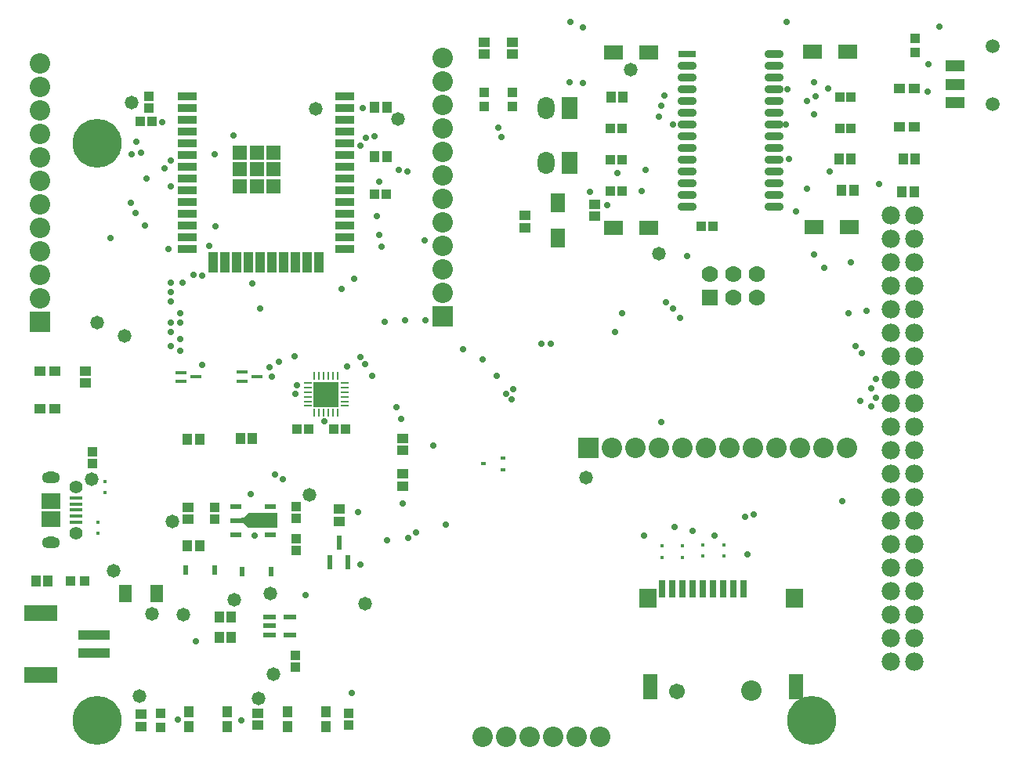
<source format=gts>
G04*
G04 #@! TF.GenerationSoftware,Altium Limited,Altium Designer,23.3.1 (30)*
G04*
G04 Layer_Color=65280*
%FSLAX44Y44*%
%MOMM*%
G71*
G04*
G04 #@! TF.SameCoordinates,725D518B-DDB2-488C-806C-357DE18E7640*
G04*
G04*
G04 #@! TF.FilePolarity,Negative*
G04*
G01*
G75*
%ADD21R,0.2540X0.8128*%
%ADD22R,0.8128X0.2540*%
%ADD23R,1.2192X0.4064*%
%ADD24R,0.5588X1.5240*%
%ADD25R,0.5080X0.4064*%
%ADD27R,1.1430X0.5334*%
%ADD28R,1.1430X0.6096*%
%ADD31R,1.3208X0.5588*%
%ADD34R,2.0066X0.8890*%
%ADD39R,0.7112X1.9050*%
%ADD43R,1.3970X0.4572*%
%ADD45R,3.5052X0.9906*%
%ADD48R,0.6096X1.0414*%
%ADD50R,0.3048X0.4572*%
%ADD54R,1.1032X1.0032*%
%ADD55R,2.7940X2.7940*%
%ADD56R,1.0532X1.1532*%
%ADD57R,1.9532X0.7832*%
G04:AMPARAMS|DCode=58|XSize=1.9532mm|YSize=0.7832mm|CornerRadius=0.2176mm|HoleSize=0mm|Usage=FLASHONLY|Rotation=0.000|XOffset=0mm|YOffset=0mm|HoleType=Round|Shape=RoundedRectangle|*
%AMROUNDEDRECTD58*
21,1,1.9532,0.3480,0,0,0.0*
21,1,1.5180,0.7832,0,0,0.0*
1,1,0.4352,0.7590,-0.1740*
1,1,0.4352,-0.7590,-0.1740*
1,1,0.4352,-0.7590,0.1740*
1,1,0.4352,0.7590,0.1740*
%
%ADD58ROUNDEDRECTD58*%
%ADD59R,1.5240X1.5240*%
%ADD60R,1.0922X2.2098*%
%ADD61R,1.2000X1.1000*%
%ADD62R,2.1032X1.2032*%
%ADD63R,1.1000X1.2000*%
%ADD64R,1.1532X1.0532*%
%ADD65R,1.9050X2.0066*%
%ADD66R,1.6002X2.7940*%
%ADD67R,2.1590X1.7526*%
%ADD68R,3.6068X1.7018*%
%ADD69R,1.4532X1.8532*%
%ADD70R,1.0032X1.0032*%
%ADD71R,1.0032X1.0032*%
%ADD72R,1.0032X1.1032*%
%ADD73R,2.0032X1.5032*%
%ADD74R,1.5032X2.0032*%
%ADD75C,2.2032*%
%ADD76C,1.9812*%
%ADD77C,1.5032*%
%ADD78C,5.2832*%
%ADD79C,1.7780*%
%ADD80R,1.7780X1.7780*%
%ADD81R,2.2032X2.2032*%
%ADD82R,2.2032X2.2032*%
%ADD83O,1.8032X2.4532*%
%ADD84R,1.8032X2.4532*%
%ADD85C,1.7018*%
%ADD86O,1.9558X1.2700*%
%ADD87C,1.3970*%
%ADD88C,0.7112*%
%ADD89C,1.4732*%
G36*
X238202Y250495D02*
Y256591D01*
X241250D01*
X245695Y261544D01*
X277064D01*
Y256210D01*
Y250876D01*
Y245542D01*
X245695D01*
X241250Y250495D01*
X238202D01*
D02*
G37*
D21*
X317557Y409939D02*
D03*
X322559D02*
D03*
X327560D02*
D03*
X332561D02*
D03*
X337562D02*
D03*
X342564D02*
D03*
Y370061D02*
D03*
X337562D02*
D03*
X332561D02*
D03*
X327560D02*
D03*
X322559D02*
D03*
X317557D02*
D03*
D22*
X350000Y402503D02*
D03*
Y397502D02*
D03*
Y392501D02*
D03*
Y387499D02*
D03*
Y382498D02*
D03*
Y377497D02*
D03*
X310122D02*
D03*
Y382498D02*
D03*
Y387499D02*
D03*
Y392501D02*
D03*
Y397502D02*
D03*
Y402503D02*
D03*
D23*
X239261Y404153D02*
D03*
Y414153D02*
D03*
X255263Y409153D02*
D03*
X173027Y403869D02*
D03*
Y413869D02*
D03*
X189028Y408869D02*
D03*
D24*
X334005Y208179D02*
D03*
X354005D02*
D03*
X344005Y230023D02*
D03*
D25*
X499999Y314960D02*
D03*
X521081Y321460D02*
D03*
Y308460D02*
D03*
D27*
X232487Y268543D02*
D03*
Y238543D02*
D03*
X269825D02*
D03*
Y268543D02*
D03*
D28*
X232487Y253543D02*
D03*
D31*
X290896Y149160D02*
D03*
Y130160D02*
D03*
X268992D02*
D03*
Y139660D02*
D03*
Y149160D02*
D03*
D34*
X350000Y547600D02*
D03*
Y560300D02*
D03*
Y573000D02*
D03*
Y585700D02*
D03*
Y598400D02*
D03*
Y611100D02*
D03*
Y623800D02*
D03*
Y636500D02*
D03*
Y649200D02*
D03*
Y661900D02*
D03*
Y674600D02*
D03*
Y687300D02*
D03*
Y700000D02*
D03*
Y712700D02*
D03*
X180000Y547600D02*
D03*
Y560300D02*
D03*
Y573000D02*
D03*
Y585700D02*
D03*
Y598400D02*
D03*
Y611100D02*
D03*
Y623800D02*
D03*
Y636500D02*
D03*
Y649200D02*
D03*
Y661900D02*
D03*
Y674600D02*
D03*
Y687300D02*
D03*
Y700000D02*
D03*
Y712700D02*
D03*
D39*
X693100Y179510D02*
D03*
X704100D02*
D03*
X715100D02*
D03*
X726100D02*
D03*
X737100D02*
D03*
X748100D02*
D03*
X759100D02*
D03*
X770100D02*
D03*
X781100D02*
D03*
D43*
X60000Y252000D02*
D03*
Y258500D02*
D03*
Y265000D02*
D03*
Y271500D02*
D03*
Y278000D02*
D03*
D45*
X79553Y110000D02*
D03*
Y130000D02*
D03*
D48*
X209480Y200000D02*
D03*
X178576D02*
D03*
X239411Y198819D02*
D03*
X270315D02*
D03*
D50*
X692922Y225967D02*
D03*
Y214029D02*
D03*
X760000Y226938D02*
D03*
Y215000D02*
D03*
X715000Y225969D02*
D03*
Y214031D02*
D03*
X737500Y226938D02*
D03*
Y215000D02*
D03*
X91440Y295529D02*
D03*
Y283591D02*
D03*
X83468Y239496D02*
D03*
Y251434D02*
D03*
D54*
X354083Y32808D02*
D03*
Y45308D02*
D03*
X77531Y327764D02*
D03*
Y315264D02*
D03*
X209712Y254971D02*
D03*
Y267471D02*
D03*
X138628Y699616D02*
D03*
Y712116D02*
D03*
X296635Y107727D02*
D03*
Y95227D02*
D03*
X297385Y221474D02*
D03*
Y233974D02*
D03*
X297385Y268666D02*
D03*
Y256166D02*
D03*
D55*
X330061Y390000D02*
D03*
D56*
X193342Y226626D02*
D03*
X180343D02*
D03*
X953802Y644277D02*
D03*
X966802D02*
D03*
X952445Y609036D02*
D03*
X965444D02*
D03*
X884096Y644277D02*
D03*
X897096D02*
D03*
X637934Y711625D02*
D03*
X650934D02*
D03*
X887176Y610453D02*
D03*
X900176D02*
D03*
X395523Y646967D02*
D03*
X382523D02*
D03*
X395523Y700132D02*
D03*
X382523D02*
D03*
X227480Y127000D02*
D03*
X214480D02*
D03*
X214498Y148964D02*
D03*
X227498D02*
D03*
X180343Y341325D02*
D03*
X193342D02*
D03*
X250221Y342075D02*
D03*
X237221D02*
D03*
X16386Y188387D02*
D03*
X29386D02*
D03*
D57*
X720000Y758100D02*
D03*
D58*
Y745400D02*
D03*
Y732700D02*
D03*
Y720000D02*
D03*
Y707300D02*
D03*
Y694600D02*
D03*
Y681900D02*
D03*
Y669200D02*
D03*
Y656500D02*
D03*
Y643800D02*
D03*
Y631100D02*
D03*
Y618400D02*
D03*
Y605700D02*
D03*
Y593000D02*
D03*
X813800D02*
D03*
Y605700D02*
D03*
Y618400D02*
D03*
Y631100D02*
D03*
Y643800D02*
D03*
Y656500D02*
D03*
Y669200D02*
D03*
Y681900D02*
D03*
Y694600D02*
D03*
Y707300D02*
D03*
Y720000D02*
D03*
Y732700D02*
D03*
Y745400D02*
D03*
Y758100D02*
D03*
D59*
X273307Y614910D02*
D03*
X254957D02*
D03*
X236607D02*
D03*
X273307Y651610D02*
D03*
X254957D02*
D03*
X236607D02*
D03*
X273307Y633260D02*
D03*
X254957D02*
D03*
X236607D02*
D03*
D60*
X322150Y533188D02*
D03*
X309450D02*
D03*
X296750D02*
D03*
X284050D02*
D03*
X271350D02*
D03*
X258650D02*
D03*
X245950D02*
D03*
X233250D02*
D03*
X220550D02*
D03*
X207850D02*
D03*
D61*
X965802Y720480D02*
D03*
Y679479D02*
D03*
X949802Y720480D02*
D03*
Y679479D02*
D03*
X20782Y374500D02*
D03*
Y415500D02*
D03*
X36781Y374500D02*
D03*
Y415500D02*
D03*
D62*
X1009911Y745225D02*
D03*
Y725225D02*
D03*
Y705225D02*
D03*
D63*
X288563Y46906D02*
D03*
X329563D02*
D03*
X288563Y30906D02*
D03*
X329563D02*
D03*
X181868Y47154D02*
D03*
X222868D02*
D03*
X181868Y31154D02*
D03*
X222868D02*
D03*
D64*
X344000Y266000D02*
D03*
Y253000D02*
D03*
X130000Y44000D02*
D03*
Y31000D02*
D03*
X620424Y582767D02*
D03*
Y595767D02*
D03*
X545000Y570500D02*
D03*
Y583500D02*
D03*
X501000Y771000D02*
D03*
Y758000D02*
D03*
X531000Y771000D02*
D03*
Y758000D02*
D03*
X256341Y45558D02*
D03*
Y32558D02*
D03*
X69837Y415496D02*
D03*
Y402496D02*
D03*
X180842Y267916D02*
D03*
Y254916D02*
D03*
X412747Y329630D02*
D03*
Y342630D02*
D03*
X413014Y290928D02*
D03*
Y303928D02*
D03*
D65*
X678100Y169990D02*
D03*
X836600D02*
D03*
D66*
X680600Y73990D02*
D03*
X837600D02*
D03*
D67*
X33000Y255000D02*
D03*
Y275000D02*
D03*
D68*
X22053Y86500D02*
D03*
Y153500D02*
D03*
D69*
X147250Y175000D02*
D03*
X112750D02*
D03*
D70*
X966923Y760095D02*
D03*
Y775095D02*
D03*
X501000Y701515D02*
D03*
Y716515D02*
D03*
X531000Y716710D02*
D03*
Y701710D02*
D03*
X151405Y29947D02*
D03*
Y44948D02*
D03*
D71*
X54097Y188387D02*
D03*
X69097D02*
D03*
D72*
X637484Y677250D02*
D03*
X649984D02*
D03*
X897546Y711173D02*
D03*
X885046D02*
D03*
X885046Y677349D02*
D03*
X897546D02*
D03*
X735430Y571500D02*
D03*
X747930D02*
D03*
X637484Y610000D02*
D03*
X649984D02*
D03*
X649984Y643625D02*
D03*
X637484D02*
D03*
X395274Y606405D02*
D03*
X382774D02*
D03*
X142126Y685016D02*
D03*
X129626D02*
D03*
X338348Y352779D02*
D03*
X350848D02*
D03*
X311258Y352764D02*
D03*
X298758D02*
D03*
D73*
X895641Y570612D02*
D03*
X857641D02*
D03*
X679000Y570000D02*
D03*
X641000D02*
D03*
X679000Y760000D02*
D03*
X641000D02*
D03*
X894030Y760496D02*
D03*
X856030D02*
D03*
D74*
X580413Y597180D02*
D03*
Y559180D02*
D03*
D75*
X626200Y20000D02*
D03*
X600800D02*
D03*
X575400D02*
D03*
X550000D02*
D03*
X524600D02*
D03*
X499200D02*
D03*
X20579Y748081D02*
D03*
Y722681D02*
D03*
Y697281D02*
D03*
Y671881D02*
D03*
Y646481D02*
D03*
Y621081D02*
D03*
Y595681D02*
D03*
Y570281D02*
D03*
Y544881D02*
D03*
Y519481D02*
D03*
Y494081D02*
D03*
X456343Y754041D02*
D03*
Y728641D02*
D03*
Y703241D02*
D03*
Y677841D02*
D03*
Y652441D02*
D03*
Y627041D02*
D03*
Y601641D02*
D03*
Y576241D02*
D03*
Y550841D02*
D03*
Y525441D02*
D03*
Y500041D02*
D03*
X893300Y332500D02*
D03*
X867900D02*
D03*
X842500D02*
D03*
X817100D02*
D03*
X791700D02*
D03*
X766300D02*
D03*
X740900D02*
D03*
X715500D02*
D03*
X690100D02*
D03*
X664700D02*
D03*
X639300D02*
D03*
X790000Y70000D02*
D03*
D76*
X940000Y101154D02*
D03*
X965400D02*
D03*
X940000Y126554D02*
D03*
X965400D02*
D03*
X940000Y151954D02*
D03*
X965400D02*
D03*
X940000Y177354D02*
D03*
X965400D02*
D03*
X940000Y202754D02*
D03*
X965400D02*
D03*
X940000Y228154D02*
D03*
X965400D02*
D03*
X940000Y253554D02*
D03*
X965400D02*
D03*
X940000Y278954D02*
D03*
X965400D02*
D03*
X940000Y304354D02*
D03*
X965400D02*
D03*
X940000Y329754D02*
D03*
X965400D02*
D03*
X940000Y355154D02*
D03*
X965400D02*
D03*
X940000Y380554D02*
D03*
X965400D02*
D03*
X940000Y405954D02*
D03*
X965400D02*
D03*
X940000Y431354D02*
D03*
X965400D02*
D03*
X940000Y456754D02*
D03*
X965400D02*
D03*
X940000Y482154D02*
D03*
X965400D02*
D03*
X940000Y507554D02*
D03*
X965400D02*
D03*
X940000Y532954D02*
D03*
X965400D02*
D03*
X940000Y558354D02*
D03*
X965400D02*
D03*
X940000Y583754D02*
D03*
X965400D02*
D03*
D77*
X1050411Y766475D02*
D03*
Y703975D02*
D03*
D78*
X83000Y37500D02*
D03*
X855000D02*
D03*
X83000Y661500D02*
D03*
D79*
X795400Y520000D02*
D03*
Y494600D02*
D03*
X770000Y520000D02*
D03*
Y494600D02*
D03*
X744600Y520000D02*
D03*
D80*
Y494600D02*
D03*
D81*
X20579Y468681D02*
D03*
X456343Y474641D02*
D03*
D82*
X613900Y332500D02*
D03*
D83*
X567450Y700060D02*
D03*
Y640060D02*
D03*
D84*
X592850Y700060D02*
D03*
Y640060D02*
D03*
D85*
X709600Y68990D02*
D03*
D86*
X33000Y230000D02*
D03*
Y300000D02*
D03*
D87*
X60000Y240000D02*
D03*
Y290000D02*
D03*
D88*
X367500Y430000D02*
D03*
X372500Y422500D02*
D03*
X353060Y420279D02*
D03*
X162560Y441960D02*
D03*
X172720Y436880D02*
D03*
Y449580D02*
D03*
X162560Y457200D02*
D03*
Y467360D02*
D03*
X172720D02*
D03*
X258486Y482600D02*
D03*
X172720Y477520D02*
D03*
X162560Y490220D02*
D03*
Y500380D02*
D03*
Y510540D02*
D03*
X175260D02*
D03*
X327806Y360890D02*
D03*
X271658Y409082D02*
D03*
X196332Y421575D02*
D03*
X248920Y281940D02*
D03*
X252730Y237490D02*
D03*
X153124Y684654D02*
D03*
X519434Y668541D02*
D03*
X924089Y406304D02*
D03*
X908908Y434302D02*
D03*
X914400Y480060D02*
D03*
X918865Y376800D02*
D03*
X907233Y383046D02*
D03*
X924560Y386080D02*
D03*
X531943Y395531D02*
D03*
X918930Y396883D02*
D03*
X155815Y634142D02*
D03*
X230000Y670000D02*
D03*
X210000Y650000D02*
D03*
X196501Y518111D02*
D03*
X250000Y510000D02*
D03*
X120000Y650000D02*
D03*
X283158Y298662D02*
D03*
X275088Y303575D02*
D03*
X980000Y717500D02*
D03*
X828829Y720109D02*
D03*
X387500Y620000D02*
D03*
Y562500D02*
D03*
X390000Y550000D02*
D03*
X380000Y410000D02*
D03*
X675000Y632500D02*
D03*
X692500Y702500D02*
D03*
X690000Y690000D02*
D03*
X705281Y682050D02*
D03*
X827500Y792500D02*
D03*
X608000Y787000D02*
D03*
X837498Y587499D02*
D03*
X829998Y644999D02*
D03*
X857500Y692500D02*
D03*
X572500Y444920D02*
D03*
X642282Y457262D02*
D03*
X562610Y445190D02*
D03*
X524778Y390576D02*
D03*
X514839Y410074D02*
D03*
X530728Y384538D02*
D03*
X373102Y667495D02*
D03*
X367030Y658685D02*
D03*
X295910Y431545D02*
D03*
X279400Y425195D02*
D03*
X414999Y469999D02*
D03*
X437499D02*
D03*
X346710Y503920D02*
D03*
X360000Y515000D02*
D03*
X129820Y651631D02*
D03*
X134620Y572770D02*
D03*
X162500Y614999D02*
D03*
X162192Y643039D02*
D03*
X857500Y727500D02*
D03*
X849558Y706844D02*
D03*
X872182Y720874D02*
D03*
X826647Y682090D02*
D03*
X850000Y612500D02*
D03*
X897500Y532500D02*
D03*
X895000Y477500D02*
D03*
X697500Y490000D02*
D03*
X705000Y482500D02*
D03*
X649754Y477690D02*
D03*
X712500Y472500D02*
D03*
X720000Y540000D02*
D03*
X692500Y360000D02*
D03*
X673633Y236958D02*
D03*
X706223Y247007D02*
D03*
X726448Y242493D02*
D03*
X750000Y237500D02*
D03*
X792500Y260000D02*
D03*
X782500Y257500D02*
D03*
X785714Y216981D02*
D03*
X902500Y442500D02*
D03*
X887500Y274669D02*
D03*
X459000Y249000D02*
D03*
X427000Y241000D02*
D03*
X169438Y38016D02*
D03*
X365000Y262500D02*
D03*
X608000Y727000D02*
D03*
X593827Y793130D02*
D03*
X593000Y728000D02*
D03*
X516250Y678195D02*
D03*
X446000Y335000D02*
D03*
X358000Y67000D02*
D03*
X367000Y206000D02*
D03*
X385000Y583000D02*
D03*
X478000Y439000D02*
D03*
X499480Y427915D02*
D03*
X393067Y468461D02*
D03*
X411554Y363779D02*
D03*
X406320Y375918D02*
D03*
X412640Y272398D02*
D03*
X396000Y232000D02*
D03*
X418999Y235000D02*
D03*
X308000Y173000D02*
D03*
X330061Y390000D02*
D03*
X874000Y631000D02*
D03*
X857190Y541000D02*
D03*
X868000Y527000D02*
D03*
X859000Y712000D02*
D03*
X615174Y608848D02*
D03*
X645000Y629000D02*
D03*
X671000Y610000D02*
D03*
X634000Y595000D02*
D03*
X927709Y617709D02*
D03*
X696000Y713000D02*
D03*
X981000Y747000D02*
D03*
X408210Y632460D02*
D03*
X382523Y669036D02*
D03*
X369570Y699770D02*
D03*
X993140Y787400D02*
D03*
X96790Y558800D02*
D03*
X160020Y547370D02*
D03*
X269240Y419100D02*
D03*
X124065Y586054D02*
D03*
X135890Y623570D02*
D03*
X118650Y596900D02*
D03*
X186690Y519430D02*
D03*
X125208Y663237D02*
D03*
X203861Y550571D02*
D03*
X210820Y571500D02*
D03*
X417830Y631190D02*
D03*
X436880Y556260D02*
D03*
X298812Y400003D02*
D03*
X297069Y390267D02*
D03*
X238199Y37733D02*
D03*
X189230Y123190D02*
D03*
D89*
X76971Y298084D02*
D03*
X119674Y705236D02*
D03*
X111891Y452917D02*
D03*
X407499Y687499D02*
D03*
X690000Y542500D02*
D03*
X142261Y153085D02*
D03*
X82500Y467500D02*
D03*
X128520Y64174D02*
D03*
X273050Y87630D02*
D03*
X256857Y61178D02*
D03*
X611000Y300000D02*
D03*
X372000Y164000D02*
D03*
X312513Y281783D02*
D03*
X231000Y167910D02*
D03*
X176000Y152000D02*
D03*
X269814Y175102D02*
D03*
X659000Y741000D02*
D03*
X318770Y698500D02*
D03*
X163830Y252730D02*
D03*
X100036Y198996D02*
D03*
M02*

</source>
